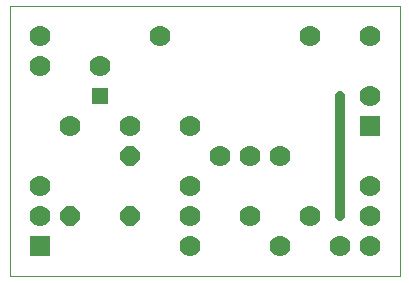
<source format=gtl>
G75*
%MOIN*%
%OFA0B0*%
%FSLAX25Y25*%
%IPPOS*%
%LPD*%
%AMOC8*
5,1,8,0,0,1.08239X$1,22.5*
%
%ADD10C,0.00000*%
%ADD11R,0.07000X0.07000*%
%ADD12C,0.07000*%
%ADD13OC8,0.06496*%
%ADD14R,0.05543X0.05543*%
%ADD15C,0.03100*%
%ADD16C,0.03200*%
D10*
X0001000Y0001000D02*
X0001000Y0091000D01*
X0131000Y0091000D01*
X0131000Y0001000D01*
X0001000Y0001000D01*
D11*
X0011000Y0011000D03*
X0121000Y0051000D03*
D12*
X0121000Y0061000D03*
X0121000Y0081000D03*
X0101000Y0081000D03*
X0051000Y0081000D03*
X0031000Y0071000D03*
X0011000Y0071000D03*
X0011000Y0081000D03*
X0021000Y0051000D03*
X0041000Y0051000D03*
X0061000Y0051000D03*
X0071000Y0041000D03*
X0081000Y0041000D03*
X0091000Y0041000D03*
X0121000Y0031000D03*
X0121000Y0021000D03*
X0121000Y0011000D03*
X0111000Y0011000D03*
X0101000Y0021000D03*
X0091000Y0011000D03*
X0081000Y0021000D03*
X0061000Y0021000D03*
X0061000Y0011000D03*
X0061000Y0031000D03*
X0011000Y0031000D03*
X0011000Y0021000D03*
D13*
X0021000Y0021000D03*
X0041000Y0021000D03*
X0041000Y0041000D03*
D14*
X0031000Y0061000D03*
D15*
X0111000Y0061000D03*
X0111000Y0021000D03*
D16*
X0111000Y0061000D01*
M02*

</source>
